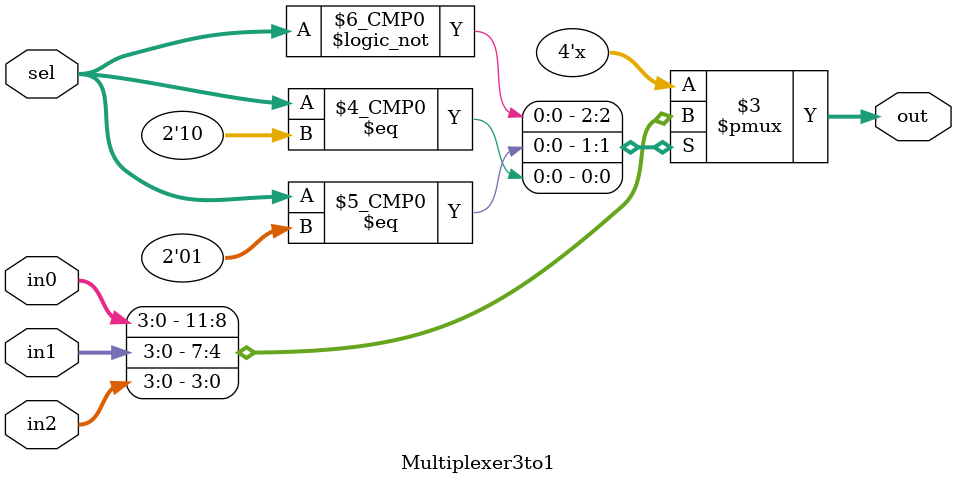
<source format=v>
`timescale 1ns/1ns

module Multiplexer2to1(input [3:0] in0, in1, input sel, output [3:0] out);
  assign out = sel ? in1 : in0;
endmodule

module Multiplexer3to1(input [3:0] in0, in1, in2, input [1:0] sel, output reg [3:0] out);
  always @(in0, in1, in2, sel)begin
    case(sel)
      3'b000: out = in0;
      3'b001: out = in1;
      3'b010: out = in2;
    endcase
  end 
endmodule

</source>
